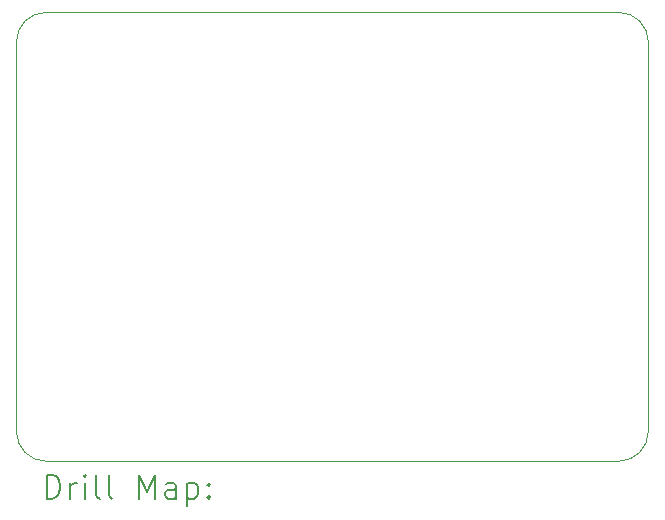
<source format=gbr>
%TF.GenerationSoftware,KiCad,Pcbnew,8.0.3-8.0.3-0~ubuntu24.04.1*%
%TF.CreationDate,2024-07-11T14:27:07+08:00*%
%TF.ProjectId,CawBMS,43617742-4d53-42e6-9b69-6361645f7063,rev?*%
%TF.SameCoordinates,Original*%
%TF.FileFunction,Drillmap*%
%TF.FilePolarity,Positive*%
%FSLAX45Y45*%
G04 Gerber Fmt 4.5, Leading zero omitted, Abs format (unit mm)*
G04 Created by KiCad (PCBNEW 8.0.3-8.0.3-0~ubuntu24.04.1) date 2024-07-11 14:27:07*
%MOMM*%
%LPD*%
G01*
G04 APERTURE LIST*
%ADD10C,0.100000*%
%ADD11C,0.200000*%
G04 APERTURE END LIST*
D10*
X11000000Y-9450000D02*
G75*
G02*
X11250000Y-9200000I250000J0D01*
G01*
X11250000Y-13000000D02*
X16100000Y-13000000D01*
X16100000Y-9200000D02*
G75*
G02*
X16350000Y-9450000I0J-250000D01*
G01*
X16350000Y-12750000D02*
G75*
G02*
X16100000Y-13000000I-250000J0D01*
G01*
X11250000Y-13000000D02*
G75*
G02*
X11000000Y-12750000I0J250000D01*
G01*
X16350000Y-12750000D02*
X16350000Y-9450000D01*
X11000000Y-9450000D02*
X11000000Y-12750000D01*
X16100000Y-9200000D02*
X11250000Y-9200000D01*
D11*
X11255777Y-13316484D02*
X11255777Y-13116484D01*
X11255777Y-13116484D02*
X11303396Y-13116484D01*
X11303396Y-13116484D02*
X11331967Y-13126008D01*
X11331967Y-13126008D02*
X11351015Y-13145055D01*
X11351015Y-13145055D02*
X11360539Y-13164103D01*
X11360539Y-13164103D02*
X11370062Y-13202198D01*
X11370062Y-13202198D02*
X11370062Y-13230769D01*
X11370062Y-13230769D02*
X11360539Y-13268865D01*
X11360539Y-13268865D02*
X11351015Y-13287912D01*
X11351015Y-13287912D02*
X11331967Y-13306960D01*
X11331967Y-13306960D02*
X11303396Y-13316484D01*
X11303396Y-13316484D02*
X11255777Y-13316484D01*
X11455777Y-13316484D02*
X11455777Y-13183150D01*
X11455777Y-13221246D02*
X11465301Y-13202198D01*
X11465301Y-13202198D02*
X11474824Y-13192674D01*
X11474824Y-13192674D02*
X11493872Y-13183150D01*
X11493872Y-13183150D02*
X11512920Y-13183150D01*
X11579586Y-13316484D02*
X11579586Y-13183150D01*
X11579586Y-13116484D02*
X11570062Y-13126008D01*
X11570062Y-13126008D02*
X11579586Y-13135531D01*
X11579586Y-13135531D02*
X11589110Y-13126008D01*
X11589110Y-13126008D02*
X11579586Y-13116484D01*
X11579586Y-13116484D02*
X11579586Y-13135531D01*
X11703396Y-13316484D02*
X11684348Y-13306960D01*
X11684348Y-13306960D02*
X11674824Y-13287912D01*
X11674824Y-13287912D02*
X11674824Y-13116484D01*
X11808158Y-13316484D02*
X11789110Y-13306960D01*
X11789110Y-13306960D02*
X11779586Y-13287912D01*
X11779586Y-13287912D02*
X11779586Y-13116484D01*
X12036729Y-13316484D02*
X12036729Y-13116484D01*
X12036729Y-13116484D02*
X12103396Y-13259341D01*
X12103396Y-13259341D02*
X12170062Y-13116484D01*
X12170062Y-13116484D02*
X12170062Y-13316484D01*
X12351015Y-13316484D02*
X12351015Y-13211722D01*
X12351015Y-13211722D02*
X12341491Y-13192674D01*
X12341491Y-13192674D02*
X12322443Y-13183150D01*
X12322443Y-13183150D02*
X12284348Y-13183150D01*
X12284348Y-13183150D02*
X12265301Y-13192674D01*
X12351015Y-13306960D02*
X12331967Y-13316484D01*
X12331967Y-13316484D02*
X12284348Y-13316484D01*
X12284348Y-13316484D02*
X12265301Y-13306960D01*
X12265301Y-13306960D02*
X12255777Y-13287912D01*
X12255777Y-13287912D02*
X12255777Y-13268865D01*
X12255777Y-13268865D02*
X12265301Y-13249817D01*
X12265301Y-13249817D02*
X12284348Y-13240293D01*
X12284348Y-13240293D02*
X12331967Y-13240293D01*
X12331967Y-13240293D02*
X12351015Y-13230769D01*
X12446253Y-13183150D02*
X12446253Y-13383150D01*
X12446253Y-13192674D02*
X12465301Y-13183150D01*
X12465301Y-13183150D02*
X12503396Y-13183150D01*
X12503396Y-13183150D02*
X12522443Y-13192674D01*
X12522443Y-13192674D02*
X12531967Y-13202198D01*
X12531967Y-13202198D02*
X12541491Y-13221246D01*
X12541491Y-13221246D02*
X12541491Y-13278388D01*
X12541491Y-13278388D02*
X12531967Y-13297436D01*
X12531967Y-13297436D02*
X12522443Y-13306960D01*
X12522443Y-13306960D02*
X12503396Y-13316484D01*
X12503396Y-13316484D02*
X12465301Y-13316484D01*
X12465301Y-13316484D02*
X12446253Y-13306960D01*
X12627205Y-13297436D02*
X12636729Y-13306960D01*
X12636729Y-13306960D02*
X12627205Y-13316484D01*
X12627205Y-13316484D02*
X12617682Y-13306960D01*
X12617682Y-13306960D02*
X12627205Y-13297436D01*
X12627205Y-13297436D02*
X12627205Y-13316484D01*
X12627205Y-13192674D02*
X12636729Y-13202198D01*
X12636729Y-13202198D02*
X12627205Y-13211722D01*
X12627205Y-13211722D02*
X12617682Y-13202198D01*
X12617682Y-13202198D02*
X12627205Y-13192674D01*
X12627205Y-13192674D02*
X12627205Y-13211722D01*
M02*

</source>
